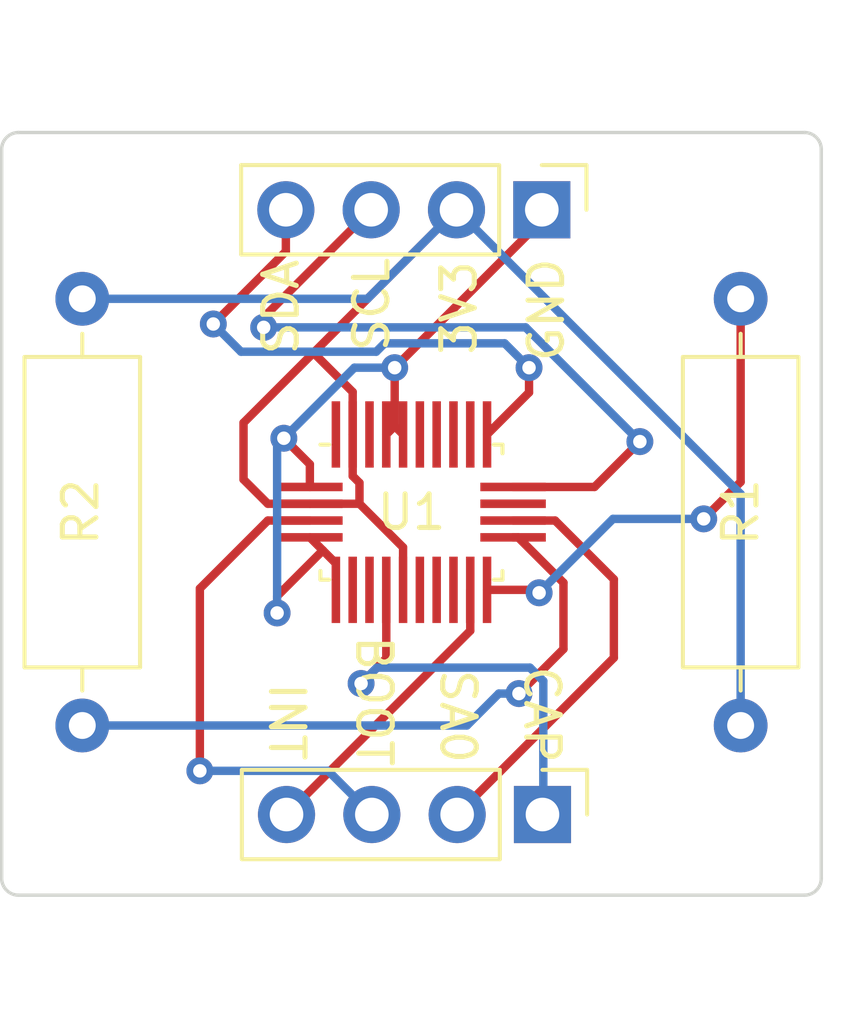
<source format=kicad_pcb>
(kicad_pcb (version 20221018) (generator pcbnew)
  (title_block (title "BNO08x Debug Board") (date "2023-08-14") (comment 1 "Author: Toby Godfrey"))
  (layers (0 "F.Cu" signal) (31 "B.Cu" signal) (34 "B.Paste" user) (35 "F.Paste" user) (36 "B.SilkS" user "B.Silkscreen") (37 "F.SilkS" user "F.Silkscreen") (38 "B.Mask" user) (39 "F.Mask" user) (44 "Edge.Cuts" user))
  (net 0 "")
  (net 1 "GND")
  (net 2 "+3.3V")
  (net 3 "/SCL")
  (net 4 "/SDA")
  (net 5 "/CAP")
  (net 6 "/SA0")
  (net 7 "/BOOTN")
  (net 8 "/INT")
  (net 9 "Net-(U1-ENV_SCL)")
  (net 10 "Net-(U1-ENV_SDA)")
  (footprint "Resistor_THT:R_Axial_DIN0309_L9.0mm_D3.2mm_P12.70mm_Horizontal" (layer "F.Cu") (at 150 124.25 90)
    (fp_text reference "R2" (at 6.35 -0.05 90) (layer "F.SilkS"))
    (fp_text value "2.2k")
    (fp_line (start 1.04 0) (end 1.73 0) (stroke (width 0.12)) (layer "F.SilkS"))
    (fp_line (start 1.73 -1.72) (end 1.73 1.72) (stroke (width 0.12)) (layer "F.SilkS"))
    (fp_line (start 1.73 1.72) (end 10.97 1.72) (stroke (width 0.12)) (layer "F.SilkS"))
    (fp_line (start 10.97 -1.72) (end 1.73 -1.72) (stroke (width 0.12)) (layer "F.SilkS"))
    (fp_line (start 10.97 1.72) (end 10.97 -1.72) (stroke (width 0.12)) (layer "F.SilkS"))
    (fp_line (start 11.66 0) (end 10.97 0) (stroke (width 0.12)) (layer "F.SilkS"))
    (pad "1" thru_hole circle (at 0 0 90) (size 1.6 1.6) (drill 0.8) (layers "*.Cu" "*.Mask") (net 10 "Net-(U1-ENV_SDA)"))
    (pad "2" thru_hole oval (at 12.7 0 90) (size 1.6 1.6) (drill 0.8) (layers "*.Cu" "*.Mask") (net 2 "+3.3V"))
  )
  (footprint "Package_LGA:LGA-28_5.2x3.8mm_P0.5mm" (layer "F.Cu") (at 159.8 117.9)
    (fp_text reference "U1" (at 0 0) (layer "F.SilkS"))
    (fp_text value "~")
    (fp_line (start -2.71 -2.01) (end -2.45 -2.01) (stroke (width 0.12)) (layer "F.SilkS"))
    (fp_line (start -2.71 2.01) (end -2.71 1.75) (stroke (width 0.12)) (layer "F.SilkS"))
    (fp_line (start -2.71 2.01) (end -2.45 2.01) (stroke (width 0.12)) (layer "F.SilkS"))
    (fp_line (start 2.71 -2.01) (end 2.45 -2.01) (stroke (width 0.12)) (layer "F.SilkS"))
    (fp_line (start 2.71 -2.01) (end 2.71 -1.75) (stroke (width 0.12)) (layer "F.SilkS"))
    (fp_line (start 2.71 2.01) (end 2.45 2.01) (stroke (width 0.12)) (layer "F.SilkS"))
    (fp_line (start 2.71 2.01) (end 2.71 1.75) (stroke (width 0.12)) (layer "F.SilkS"))
    (pad "1" smd rect (at -2.25 -2.3125) (size 0.254 1.975) (layers "F.Cu" "F.Paste" "F.Mask"))
    (pad "2" smd rect (at -3.025 -0.75 90) (size 0.254 1.95) (layers "F.Cu" "F.Paste" "F.Mask") (net 1 "GND"))
    (pad "3" smd rect (at -3.025 -0.25 90) (size 0.254 1.95) (layers "F.Cu" "F.Paste" "F.Mask") (net 2 "+3.3V"))
    (pad "4" smd rect (at -3.025 0.25 90) (size 0.254 1.95) (layers "F.Cu" "F.Paste" "F.Mask") (net 7 "/BOOTN"))
    (pad "5" smd rect (at -3.025 0.75 90) (size 0.254 1.95) (layers "F.Cu" "F.Paste" "F.Mask") (net 1 "GND"))
    (pad "6" smd rect (at -2.25 2.3125) (size 0.254 1.975) (layers "F.Cu" "F.Paste" "F.Mask") (net 1 "GND"))
    (pad "7" smd rect (at -1.75 2.3125) (size 0.254 1.975) (layers "F.Cu" "F.Paste" "F.Mask"))
    (pad "8" smd rect (at -1.25 2.3125) (size 0.254 1.975) (layers "F.Cu" "F.Paste" "F.Mask"))
    (pad "9" smd rect (at -0.75 2.3125) (size 0.254 1.975) (layers "F.Cu" "F.Paste" "F.Mask") (net 5 "/CAP"))
    (pad "10" smd rect (at -0.25 2.3125) (size 0.254 1.975) (layers "F.Cu" "F.Paste" "F.Mask") (net 2 "+3.3V"))
    (pad "11" smd rect (at 0.25 2.3125) (size 0.254 1.975) (layers "F.Cu" "F.Paste" "F.Mask"))
    (pad "12" smd rect (at 0.75 2.3125) (size 0.254 1.975) (layers "F.Cu" "F.Paste" "F.Mask"))
    (pad "13" smd rect (at 1.25 2.3125) (size 0.254 1.975) (layers "F.Cu" "F.Paste" "F.Mask"))
    (pad "14" smd rect (at 1.75 2.3125) (size 0.254 1.975) (layers "F.Cu" "F.Paste" "F.Mask") (net 8 "/INT"))
    (pad "15" smd rect (at 2.25 2.3125) (size 0.254 1.975) (layers "F.Cu" "F.Paste" "F.Mask") (net 9 "Net-(U1-ENV_SCL)"))
    (pad "16" smd rect (at 3.025 0.75 90) (size 0.254 1.95) (layers "F.Cu" "F.Paste" "F.Mask") (net 10 "Net-(U1-ENV_SDA)"))
    (pad "17" smd rect (at 3.025 0.25 90) (size 0.254 1.95) (layers "F.Cu" "F.Paste" "F.Mask") (net 6 "/SA0"))
    (pad "18" smd rect (at 3.025 -0.25 90) (size 0.254 1.95) (layers "F.Cu" "F.Paste" "F.Mask"))
    (pad "19" smd rect (at 3.025 -0.75 90) (size 0.254 1.95) (layers "F.Cu" "F.Paste" "F.Mask") (net 3 "/SCL"))
    (pad "20" smd rect (at 2.25 -2.3125) (size 0.254 1.975) (layers "F.Cu" "F.Paste" "F.Mask") (net 4 "/SDA"))
    (pad "21" smd rect (at 1.75 -2.3125) (size 0.254 1.975) (layers "F.Cu" "F.Paste" "F.Mask"))
    (pad "22" smd rect (at 1.25 -2.3125) (size 0.254 1.975) (layers "F.Cu" "F.Paste" "F.Mask"))
    (pad "23" smd rect (at 0.75 -2.3125) (size 0.254 1.975) (layers "F.Cu" "F.Paste" "F.Mask"))
    (pad "24" smd rect (at 0.25 -2.3125) (size 0.254 1.975) (layers "F.Cu" "F.Paste" "F.Mask"))
    (pad "25" smd rect (at -0.25 -2.3125) (size 0.254 1.975) (layers "F.Cu" "F.Paste" "F.Mask") (net 1 "GND"))
    (pad "26" smd rect (at -0.75 -2.3125) (size 0.254 1.975) (layers "F.Cu" "F.Paste" "F.Mask") (net 1 "GND"))
    (pad "27" smd rect (at -1.25 -2.3125) (size 0.254 1.975) (layers "F.Cu" "F.Paste" "F.Mask"))
    (pad "28" smd rect (at -1.75 -2.3125) (size 0.254 1.975) (layers "F.Cu" "F.Paste" "F.Mask") (net 2 "+3.3V"))
  )
  (footprint "Connector_PinHeader_2.54mm:PinHeader_1x04_P2.54mm_Vertical" (layer "F.Cu") (at 163.7 126.9 -90)
    (fp_text reference "J2" hide)
    (fp_text value "Conn_01x04_Pin")
    (fp_line (start -1.33 -1.33) (end 0 -1.33) (stroke (width 0.12)) (layer "F.SilkS"))
    (fp_line (start -1.33 0) (end -1.33 -1.33) (stroke (width 0.12)) (layer "F.SilkS"))
    (fp_line (start -1.33 1.27) (end -1.33 8.95) (stroke (width 0.12)) (layer "F.SilkS"))
    (fp_line (start -1.33 1.27) (end 1.33 1.27) (stroke (width 0.12)) (layer "F.SilkS"))
    (fp_line (start -1.33 8.95) (end 1.33 8.95) (stroke (width 0.12)) (layer "F.SilkS"))
    (fp_line (start 1.33 1.27) (end 1.33 8.95) (stroke (width 0.12)) (layer "F.SilkS"))
    (pad "1" thru_hole rect (at 0 0 270) (size 1.7 1.7) (drill 1) (layers "*.Cu" "*.Mask") (net 5 "/CAP"))
    (pad "2" thru_hole oval (at 0 2.54 270) (size 1.7 1.7) (drill 1) (layers "*.Cu" "*.Mask") (net 6 "/SA0"))
    (pad "3" thru_hole oval (at 0 5.08 270) (size 1.7 1.7) (drill 1) (layers "*.Cu" "*.Mask") (net 7 "/BOOTN"))
    (pad "4" thru_hole oval (at 0 7.62 270) (size 1.7 1.7) (drill 1) (layers "*.Cu" "*.Mask") (net 8 "/INT"))
  )
  (footprint "Resistor_THT:R_Axial_DIN0309_L9.0mm_D3.2mm_P12.70mm_Horizontal" (layer "F.Cu") (at 169.6 124.25 90)
    (fp_text reference "R1" (at 6.35 0 90) (layer "F.SilkS"))
    (fp_text value "2.2k")
    (fp_line (start 1.04 0) (end 1.73 0) (stroke (width 0.12)) (layer "F.SilkS"))
    (fp_line (start 1.73 -1.72) (end 1.73 1.72) (stroke (width 0.12)) (layer "F.SilkS"))
    (fp_line (start 1.73 1.72) (end 10.97 1.72) (stroke (width 0.12)) (layer "F.SilkS"))
    (fp_line (start 10.97 -1.72) (end 1.73 -1.72) (stroke (width 0.12)) (layer "F.SilkS"))
    (fp_line (start 10.97 1.72) (end 10.97 -1.72) (stroke (width 0.12)) (layer "F.SilkS"))
    (fp_line (start 11.66 0) (end 10.97 0) (stroke (width 0.12)) (layer "F.SilkS"))
    (pad "1" thru_hole circle (at 0 0 90) (size 1.6 1.6) (drill 0.8) (layers "*.Cu" "*.Mask") (net 2 "+3.3V"))
    (pad "2" thru_hole oval (at 12.7 0 90) (size 1.6 1.6) (drill 0.8) (layers "*.Cu" "*.Mask") (net 9 "Net-(U1-ENV_SCL)"))
  )
  (footprint "Connector_PinHeader_2.54mm:PinHeader_1x04_P2.54mm_Vertical" (layer "F.Cu") (at 163.68 108.9 -90)
    (fp_text reference "J1" hide)
    (fp_text value "Conn_01x04_Pin")
    (fp_line (start -1.33 -1.33) (end 0 -1.33) (stroke (width 0.12)) (layer "F.SilkS"))
    (fp_line (start -1.33 0) (end -1.33 -1.33) (stroke (width 0.12)) (layer "F.SilkS"))
    (fp_line (start -1.33 1.27) (end -1.33 8.95) (stroke (width 0.12)) (layer "F.SilkS"))
    (fp_line (start -1.33 1.27) (end 1.33 1.27) (stroke (width 0.12)) (layer "F.SilkS"))
    (fp_line (start -1.33 8.95) (end 1.33 8.95) (stroke (width 0.12)) (layer "F.SilkS"))
    (fp_line (start 1.33 1.27) (end 1.33 8.95) (stroke (width 0.12)) (layer "F.SilkS"))
    (pad "1" thru_hole rect (at 0 0 270) (size 1.7 1.7) (drill 1) (layers "*.Cu" "*.Mask") (net 1 "GND"))
    (pad "2" thru_hole oval (at 0 2.54 270) (size 1.7 1.7) (drill 1) (layers "*.Cu" "*.Mask") (net 2 "+3.3V"))
    (pad "3" thru_hole oval (at 0 5.08 270) (size 1.7 1.7) (drill 1) (layers "*.Cu" "*.Mask") (net 3 "/SCL"))
    (pad "4" thru_hole oval (at 0 7.62 270) (size 1.7 1.7) (drill 1) (layers "*.Cu" "*.Mask") (net 4 "/SDA"))
  )
  (gr_arc (start 148.1 129.3) (mid 147.746447 129.153553) (end 147.6 128.8) (stroke (width 0.1)) (layer "Edge.Cuts"))
  (gr_line (start 172 107.1) (end 172 128.8) (stroke (width 0.1)) (layer "Edge.Cuts"))
  (gr_arc (start 171.5 106.6) (mid 171.853553 106.746447) (end 172 107.1) (stroke (width 0.1)) (layer "Edge.Cuts"))
  (gr_line (start 171.5 106.6) (end 148.1 106.6) (stroke (width 0.1)) (layer "Edge.Cuts"))
  (gr_line (start 147.6 107.1) (end 147.6 128.8) (stroke (width 0.1)) (layer "Edge.Cuts"))
  (gr_arc (start 147.6 107.1) (mid 147.746447 106.746447) (end 148.1 106.6) (stroke (width 0.1)) (layer "Edge.Cuts"))
  (gr_line (start 171.5 129.3) (end 148.1 129.3) (stroke (width 0.1)) (layer "Edge.Cuts"))
  (gr_arc (start 172 128.8) (mid 171.853553 129.153553) (end 171.5 129.3) (stroke (width 0.1)) (layer "Edge.Cuts"))
  (gr_text "GND" (at 164.4 113.5 90) (layer "F.SilkS") (effects (font (size 1 1)) (justify left bottom)))
  (gr_text "SCL" (at 159.2 113.2 90) (layer "F.SilkS") (effects (font (size 1 1)) (justify left bottom)))
  (gr_text "SA0" (at 160.6 122.5 -90) (layer "F.SilkS") (effects (font (size 1 1)) (justify left bottom)))
  (gr_text "SDA" (at 156.5 113.3 90) (layer "F.SilkS") (effects (font (size 1 1)) (justify left bottom)))
  (gr_text "INT" (at 155.5 122.9 -90) (layer "F.SilkS") (effects (font (size 1 1)) (justify left bottom)))
  (gr_text "CAP" (at 163.1 122.4 -90) (layer "F.SilkS") (effects (font (size 1 1)) (justify left bottom)))
  (gr_text "3V3" (at 161.8 113.3 90) (layer "F.SilkS") (effects (font (size 1 1)) (justify left bottom)))
  (gr_text "BOOT" (at 158.1 121.5 -90) (layer "F.SilkS") (effects (font (size 1 1)) (justify left bottom)))
  (segment (start 157.1625 119.0375) (end 156.775 118.65) (width 0.25) (layer "F.Cu") (net 1))
  (segment (start 159.3 113.6) (end 163.68 109.22) (width 0.25) (layer "F.Cu") (net 1))
  (segment (start 163.68 109.22) (end 163.68 108.9) (width 0.25) (layer "F.Cu") (net 1))
  (segment (start 159.55 115.5875) (end 159.3 115.3375) (width 0.25) (layer "F.Cu") (net 1))
  (segment (start 159.3 115.3375) (end 159.05 115.5875) (width 0.25) (layer "F.Cu") (net 1))
  (segment (start 156.775 117.15) (end 156.775 116.475) (width 0.25) (layer "F.Cu") (net 1))
  (segment (start 156.775 116.475) (end 156 115.7) (width 0.25) (layer "F.Cu") (net 1))
  (segment (start 157.55 119.425) (end 157.1625 119.0375) (width 0.25) (layer "F.Cu") (net 1))
  (segment (start 157.1625 119.0375) (end 155.8 120.4) (width 0.25) (layer "F.Cu") (net 1))
  (segment (start 157.55 120.2125) (end 157.55 119.425) (width 0.25) (layer "F.Cu") (net 1))
  (segment (start 159.3 115.3375) (end 159.3 113.6) (width 0.25) (layer "F.Cu") (net 1))
  (segment (start 155.8 120.4) (end 155.8 120.9) (width 0.25) (layer "F.Cu") (net 1))
  (via (at 155.8 120.9) (size 0.8) (drill 0.4) (layers "F.Cu" "B.Cu") (net 1))
  (via (at 159.3 113.6) (size 0.8) (drill 0.4) (layers "F.Cu" "B.Cu") (net 1))
  (via (at 156 115.7) (size 0.8) (drill 0.4) (layers "F.Cu" "B.Cu") (net 1))
  (segment (start 156 115.7) (end 158.1 113.6) (width 0.25) (layer "B.Cu") (net 1))
  (segment (start 155.8 120.9) (end 155.8 115.9) (width 0.25) (layer "B.Cu") (net 1))
  (segment (start 158.1 113.6) (end 159.3 113.6) (width 0.25) (layer "B.Cu") (net 1))
  (segment (start 155.8 115.9) (end 156 115.7) (width 0.25) (layer "B.Cu") (net 1))
  (segment (start 158.05 115.5875) (end 158.05 114.323) (width 0.25) (layer "F.Cu") (net 2))
  (segment (start 155.523 117.65) (end 156.775 117.65) (width 0.25) (layer "F.Cu") (net 2))
  (segment (start 158.252 117.027) (end 158.05 116.825) (width 0.25) (layer "F.Cu") (net 2))
  (segment (start 158.05 116.825) (end 158.05 115.5875) (width 0.25) (layer "F.Cu") (net 2))
  (segment (start 156.92 113.193) (end 156.92 113.12) (width 0.25) (layer "F.Cu") (net 2))
  (segment (start 158.252 117.65) (end 156.775 117.65) (width 0.25) (layer "F.Cu") (net 2))
  (segment (start 158.252 117.65) (end 158.252 117.027) (width 0.25) (layer "F.Cu") (net 2))
  (segment (start 159.55 118.948) (end 158.252 117.65) (width 0.25) (layer "F.Cu") (net 2))
  (segment (start 158.05 114.323) (end 156.92 113.193) (width 0.25) (layer "F.Cu") (net 2))
  (segment (start 161.14 108.9) (end 156.92 113.12) (width 0.25) (layer "F.Cu") (net 2))
  (segment (start 154.8 116.927) (end 155.523 117.65) (width 0.25) (layer "F.Cu") (net 2))
  (segment (start 156.92 113.12) (end 154.8 115.24) (width 0.25) (layer "F.Cu") (net 2))
  (segment (start 154.8 115.24) (end 154.8 116.927) (width 0.25) (layer "F.Cu") (net 2))
  (segment (start 159.55 120.2125) (end 159.55 118.948) (width 0.25) (layer "F.Cu") (net 2))
  (segment (start 169.6 117.36) (end 161.14 108.9) (width 0.25) (layer "B.Cu") (net 2))
  (segment (start 150 111.55) (end 158.49 111.55) (width 0.25) (layer "B.Cu") (net 2))
  (segment (start 169.6 124.25) (end 169.6 117.36) (width 0.25) (layer "B.Cu") (net 2))
  (segment (start 158.49 111.55) (end 161.14 108.9) (width 0.25) (layer "B.Cu") (net 2))
  (segment (start 166.6 115.8) (end 165.25 117.15) (width 0.25) (layer "F.Cu") (net 3))
  (segment (start 158.6 108.9) (end 155.4 112.1) (width 0.25) (layer "F.Cu") (net 3))
  (segment (start 165.25 117.15) (end 162.825 117.15) (width 0.25) (layer "F.Cu") (net 3))
  (segment (start 155.4 112.1) (end 155.4 112.4) (width 0.25) (layer "F.Cu") (net 3))
  (via (at 166.6 115.8) (size 0.8) (drill 0.4) (layers "F.Cu" "B.Cu") (net 3))
  (via (at 155.4 112.4) (size 0.8) (drill 0.4) (layers "F.Cu" "B.Cu") (net 3))
  (segment (start 163.2 112.4) (end 166.6 115.8) (width 0.25) (layer "B.Cu") (net 3))
  (segment (start 155.4 112.4) (end 163.2 112.4) (width 0.25) (layer "B.Cu") (net 3))
  (segment (start 156.06 108.9) (end 156.06 110.14) (width 0.25) (layer "F.Cu") (net 4))
  (segment (start 156.06 110.14) (end 153.9 112.3) (width 0.25) (layer "F.Cu") (net 4))
  (segment (start 163.3 114.3375) (end 162.05 115.5875) (width 0.25) (layer "F.Cu") (net 4))
  (segment (start 163.3 113.6) (end 163.3 114.3375) (width 0.25) (layer "F.Cu") (net 4))
  (via (at 163.3 113.6) (size 0.8) (drill 0.4) (layers "F.Cu" "B.Cu") (net 4))
  (via (at 153.9 112.3) (size 0.8) (drill 0.4) (layers "F.Cu" "B.Cu") (net 4))
  (segment (start 158.999695 112.875) (end 162.575 112.875) (width 0.25) (layer "B.Cu") (net 4))
  (segment (start 162.575 112.875) (end 163.3 113.6) (width 0.25) (layer "B.Cu") (net 4))
  (segment (start 154.725 113.125) (end 158.749695 113.125) (width 0.25) (layer "B.Cu") (net 4))
  (segment (start 153.9 112.3) (end 154.725 113.125) (width 0.25) (layer "B.Cu") (net 4))
  (segment (start 158.749695 113.125) (end 158.999695 112.875) (width 0.25) (layer "B.Cu") (net 4))
  (segment (start 158.3 123) (end 159.05 122.25) (width 0.25) (layer "F.Cu") (net 5))
  (segment (start 159.05 122.25) (end 159.05 120.2125) (width 0.25) (layer "F.Cu") (net 5))
  (via (at 158.3 123) (size 0.8) (drill 0.4) (layers "F.Cu" "B.Cu") (net 5))
  (segment (start 163.327701 122.527701) (end 158.772299 122.527701) (width 0.25) (layer "B.Cu") (net 5))
  (segment (start 163.7 126.9) (end 163.725 126.875) (width 0.25) (layer "B.Cu") (net 5))
  (segment (start 158.772299 122.527701) (end 158.3 123) (width 0.25) (layer "B.Cu") (net 5))
  (segment (start 163.725 122.925) (end 163.327701 122.527701) (width 0.25) (layer "B.Cu") (net 5))
  (segment (start 163.725 126.875) (end 163.725 122.925) (width 0.25) (layer "B.Cu") (net 5))
  (segment (start 165.825 119.898) (end 164.077 118.15) (width 0.25) (layer "F.Cu") (net 6))
  (segment (start 165.825 122.235) (end 165.825 119.898) (width 0.25) (layer "F.Cu") (net 6))
  (segment (start 164.077 118.15) (end 162.825 118.15) (width 0.25) (layer "F.Cu") (net 6))
  (segment (start 161.16 126.9) (end 165.825 122.235) (width 0.25) (layer "F.Cu") (net 6))
  (segment (start 153.5 120.173) (end 155.523 118.15) (width 0.25) (layer "F.Cu") (net 7))
  (segment (start 155.523 118.15) (end 156.775 118.15) (width 0.25) (layer "F.Cu") (net 7))
  (segment (start 153.5 125.6) (end 153.5 120.173) (width 0.25) (layer "F.Cu") (net 7))
  (via (at 153.5 125.6) (size 0.8) (drill 0.4) (layers "F.Cu" "B.Cu") (net 7))
  (segment (start 158.62 126.9) (end 157.32 125.6) (width 0.25) (layer "B.Cu") (net 7))
  (segment (start 157.32 125.6) (end 153.5 125.6) (width 0.25) (layer "B.Cu") (net 7))
  (segment (start 161.55 121.43) (end 161.55 120.2125) (width 0.25) (layer "F.Cu") (net 8))
  (segment (start 156.08 126.9) (end 161.55 121.43) (width 0.25) (layer "F.Cu") (net 8))
  (segment (start 169.6 117) (end 169.6 111.55) (width 0.25) (layer "F.Cu") (net 9))
  (segment (start 162.05 120.2125) (end 163.5125 120.2125) (width 0.25) (layer "F.Cu") (net 9))
  (segment (start 163.5125 120.2125) (end 163.6 120.3) (width 0.25) (layer "F.Cu") (net 9))
  (segment (start 168.5 118.1) (end 169.6 117) (width 0.25) (layer "F.Cu") (net 9))
  (via (at 163.6 120.3) (size 0.8) (drill 0.4) (layers "F.Cu" "B.Cu") (net 9))
  (via (at 168.5 118.1) (size 0.8) (drill 0.4) (layers "F.Cu" "B.Cu") (net 9))
  (segment (start 163.6 120.3) (end 165.8 118.1) (width 0.25) (layer "B.Cu") (net 9))
  (segment (start 165.8 118.1) (end 168.5 118.1) (width 0.25) (layer "B.Cu") (net 9))
  (segment (start 163 123.3) (end 164.325 121.975) (width 0.25) (layer "F.Cu") (net 10))
  (segment (start 164.325 121.975) (end 164.325 119.999695) (width 0.25) (layer "F.Cu") (net 10))
  (segment (start 162.975305 118.65) (end 162.825 118.65) (width 0.25) (layer "F.Cu") (net 10))
  (segment (start 164.325 119.999695) (end 162.975305 118.65) (width 0.25) (layer "F.Cu") (net 10))
  (via (at 163 123.3) (size 0.8) (drill 0.4) (layers "F.Cu" "B.Cu") (net 10))
  (segment (start 162.4 123.3) (end 161.45 124.25) (width 0.25) (layer "B.Cu") (net 10))
  (segment (start 163 123.3) (end 162.4 123.3) (width 0.25) (layer "B.Cu") (net 10))
  (segment (start 161.45 124.25) (end 150 124.25) (width 0.25) (layer "B.Cu") (net 10))
)
</source>
